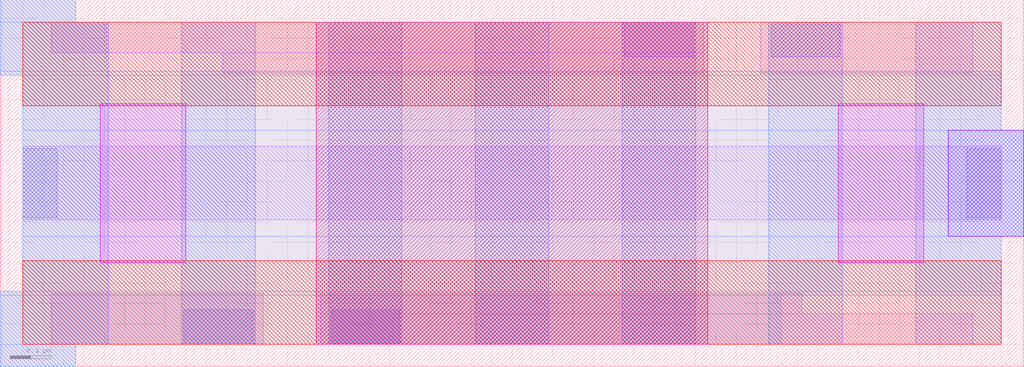
<source format=lef>
# Copyright 2020 The SkyWater PDK Authors
#
# Licensed under the Apache License, Version 2.0 (the "License");
# you may not use this file except in compliance with the License.
# You may obtain a copy of the License at
#
#     https://www.apache.org/licenses/LICENSE-2.0
#
# Unless required by applicable law or agreed to in writing, software
# distributed under the License is distributed on an "AS IS" BASIS,
# WITHOUT WARRANTIES OR CONDITIONS OF ANY KIND, either express or implied.
# See the License for the specific language governing permissions and
# limitations under the License.
#
# SPDX-License-Identifier: Apache-2.0

VERSION 5.7 ;
  NOWIREEXTENSIONATPIN ON ;
  DIVIDERCHAR "/" ;
  BUSBITCHARS "[]" ;
MACRO sky130_fd_bd_sram__sram_dp_horstrap6a
  CLASS BLOCK ;
  FOREIGN sky130_fd_bd_sram__sram_dp_horstrap6a ;
  ORIGIN  0.055000  0.055000 ;
  SIZE  2.510000 BY  0.900000 ;
  OBS
    LAYER li1 ;
      RECT 0.000000 0.305000 2.400000 0.485000 ;
      RECT 0.070000 0.000000 0.590000 0.125000 ;
      RECT 0.070000 0.715000 1.670000 0.790000 ;
      RECT 0.490000 0.665000 1.670000 0.715000 ;
      RECT 0.730000 0.000000 2.330000 0.075000 ;
      RECT 0.730000 0.075000 1.910000 0.125000 ;
      RECT 1.810000 0.665000 2.330000 0.790000 ;
    LAYER mcon ;
      RECT 0.000000 0.310000 0.085000 0.480000 ;
      RECT 0.395000 0.000000 0.565000 0.085000 ;
      RECT 0.755000 0.000000 0.925000 0.085000 ;
      RECT 1.475000 0.705000 1.645000 0.790000 ;
      RECT 1.835000 0.705000 2.005000 0.790000 ;
      RECT 2.315000 0.310000 2.400000 0.480000 ;
    LAYER met1 ;
      RECT -0.055000 -0.055000 0.130000 0.000000 ;
      RECT -0.055000  0.000000 0.210000 0.130000 ;
      RECT -0.055000  0.660000 0.210000 0.790000 ;
      RECT -0.055000  0.790000 0.130000 0.845000 ;
      RECT  0.000000  0.130000 0.210000 0.660000 ;
      RECT  0.390000  0.000000 0.570000 0.790000 ;
      RECT  0.750000  0.000000 0.930000 0.790000 ;
      RECT  1.110000  0.000000 1.290000 0.790000 ;
      RECT  1.470000  0.000000 1.650000 0.790000 ;
      RECT  1.830000  0.000000 2.010000 0.790000 ;
      RECT  2.190000  0.000000 2.400000 0.265000 ;
      RECT  2.190000  0.265000 2.455000 0.525000 ;
      RECT  2.190000  0.525000 2.400000 0.790000 ;
    LAYER met2 ;
      RECT -0.055000 -0.055000 0.130000 0.000000 ;
      RECT -0.055000  0.000000 1.860000 0.120000 ;
      RECT -0.055000  0.120000 2.400000 0.130000 ;
      RECT -0.055000  0.660000 2.400000 0.670000 ;
      RECT -0.055000  0.670000 0.205000 0.790000 ;
      RECT -0.055000  0.790000 0.130000 0.845000 ;
      RECT  0.000000  0.130000 2.400000 0.265000 ;
      RECT  0.000000  0.265000 2.455000 0.525000 ;
      RECT  0.000000  0.525000 2.400000 0.660000 ;
    LAYER met3 ;
      RECT 0.000000 0.000000 2.400000 0.205000 ;
      RECT 0.000000 0.585000 2.400000 0.790000 ;
    LAYER nwell ;
      RECT 0.720000 0.000000 1.680000 0.790000 ;
    LAYER pwell ;
      RECT 0.190000 0.200000 0.400000 0.590000 ;
    LAYER pwell ;
      RECT 2.000000 0.200000 2.210000 0.590000 ;
    LAYER via ;
      RECT 2.270000 0.265000 2.455000 0.525000 ;
  END
END sky130_fd_bd_sram__sram_dp_horstrap6a
END LIBRARY

</source>
